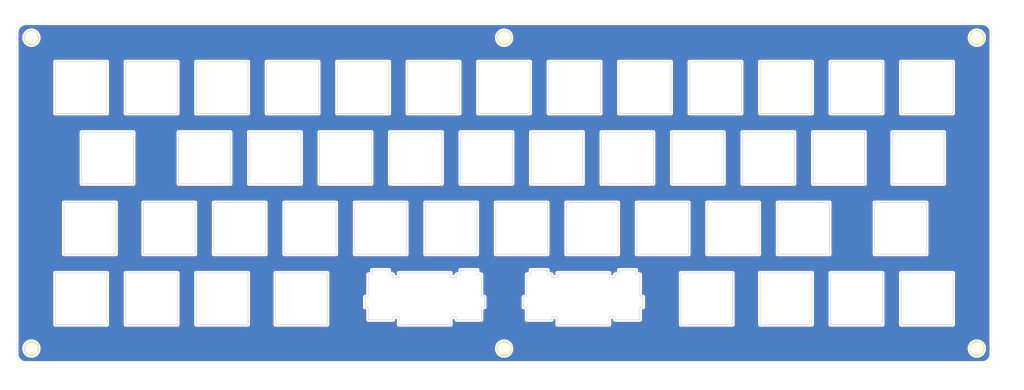
<source format=kicad_pcb>
(kicad_pcb (version 20171130) (host pcbnew "(5.1.5-0-10_14)")
  (layers (0 F.Cu signal) (31 B.Cu signal) (34 B.Paste user) (35 F.Paste user) (36 B.SilkS user) (37 F.SilkS user) (38 B.Mask user) (39 F.Mask user) (44 Edge.Cuts user))
  (net 0 "")
  (module keyboard_parts:HOLE_M3 (layer F.Cu) (at 245.872 208.6205)
    (fp_text reference HOLE_M3 hide)
    (fp_text value VAL** hide)
    (pad 1 thru_hole circle (at -1.55575 0) (size 4 4) (drill 3.2) (layers *.Cu *.Mask F.SilkS))
  )
  (module keyboard_parts:HOLE_M3 (layer F.Cu) (at 245.872 124.5005)
    (fp_text reference HOLE_M3 hide)
    (fp_text value VAL** hide)
    (pad 1 thru_hole circle (at -1.55575 0) (size 4 4) (drill 3.2) (layers *.Cu *.Mask F.SilkS))
  )
  (module keyboard_parts:HOLE_M3 (layer F.Cu) (at 372.0695 124.5005)
    (fp_text reference HOLE_M3 hide)
    (fp_text value VAL** hide)
    (pad 1 thru_hole circle (at 0 0) (size 4 4) (drill 3.2) (layers *.Cu *.Mask F.SilkS))
  )
  (module keyboard_parts:HOLE_M3 (layer F.Cu) (at 372.0695 208.6205)
    (fp_text reference HOLE_M3 hide)
    (fp_text value VAL** hide)
    (pad 1 thru_hole circle (at 0 0) (size 4 4) (drill 3.2) (layers *.Cu *.Mask F.SilkS))
  )
  (module keyboard_parts:HOLE_M3 (layer F.Cu) (at 116.563 208.6205)
    (fp_text reference HOLE_M3 hide)
    (fp_text value VAL** hide)
    (pad 1 thru_hole circle (at 0 0) (size 4 4) (drill 3.2) (layers *.Cu *.Mask F.SilkS))
  )
  (module keyboard_parts:HOLE_M3 (layer F.Cu) (at 116.563 124.5005)
    (fp_text reference HOLE_M3 hide)
    (fp_text value VAL** hide)
    (pad 1 thru_hole circle (at 0 0) (size 4 4) (drill 3.2) (layers *.Cu *.Mask F.SilkS))
  )
  (module keebs:Mx_Cutout_225 (layer B.Cu) (at 265.73125 195.15)
    (fp_text reference K143 hide)
    (fp_text value KEYSW hide)
    (fp_line (start -6.985 4.8768) (end -6.985 6.985) (layer Edge.Cuts) (width 0.1524))
    (fp_line (start -8.6106 4.8768) (end -6.985 4.8768) (layer Edge.Cuts) (width 0.1524))
    (fp_line (start -8.6106 5.6896) (end -8.6106 4.8768) (layer Edge.Cuts) (width 0.1524))
    (fp_line (start -15.2654 5.6896) (end -8.6106 5.6896) (layer Edge.Cuts) (width 0.1524))
    (fp_line (start -15.2654 2.286) (end -15.2654 5.6896) (layer Edge.Cuts) (width 0.1524))
    (fp_line (start -16.129 2.286) (end -15.2654 2.286) (layer Edge.Cuts) (width 0.1524))
    (fp_line (start -16.129 -0.508) (end -16.129 2.286) (layer Edge.Cuts) (width 0.1524))
    (fp_line (start -15.2654 -0.508) (end -16.129 -0.508) (layer Edge.Cuts) (width 0.1524))
    (fp_line (start -15.2654 -6.604) (end -15.2654 -0.508) (layer Edge.Cuts) (width 0.1524))
    (fp_line (start -14.224 -6.604) (end -15.2654 -6.604) (layer Edge.Cuts) (width 0.1524))
    (fp_line (start -14.224 -7.7724) (end -14.224 -6.604) (layer Edge.Cuts) (width 0.1524))
    (fp_line (start -9.652 -7.7724) (end -14.224 -7.7724) (layer Edge.Cuts) (width 0.1524))
    (fp_line (start -9.652 -6.604) (end -9.652 -7.7724) (layer Edge.Cuts) (width 0.1524))
    (fp_line (start -8.6106 -6.604) (end -9.652 -6.604) (layer Edge.Cuts) (width 0.1524))
    (fp_line (start -8.6106 -5.8166) (end -8.6106 -6.604) (layer Edge.Cuts) (width 0.1524))
    (fp_line (start -6.985 -5.8166) (end -8.6106 -5.8166) (layer Edge.Cuts) (width 0.1524))
    (fp_line (start -6.985 -6.985) (end -6.985 -5.8166) (layer Edge.Cuts) (width 0.1524))
    (fp_line (start 6.985 -6.985) (end -6.985 -6.985) (layer Edge.Cuts) (width 0.1524))
    (fp_line (start 6.985 -5.8166) (end 6.985 -6.985) (layer Edge.Cuts) (width 0.1524))
    (fp_line (start 8.6106 -5.8166) (end 6.985 -5.8166) (layer Edge.Cuts) (width 0.1524))
    (fp_line (start 8.6106 -6.604) (end 8.6106 -5.8166) (layer Edge.Cuts) (width 0.1524))
    (fp_line (start 9.652 -6.604) (end 8.6106 -6.604) (layer Edge.Cuts) (width 0.1524))
    (fp_line (start 9.652 -7.7724) (end 9.652 -6.604) (layer Edge.Cuts) (width 0.1524))
    (fp_line (start 14.224 -7.7724) (end 9.652 -7.7724) (layer Edge.Cuts) (width 0.1524))
    (fp_line (start 14.224 -6.604) (end 14.224 -7.7724) (layer Edge.Cuts) (width 0.1524))
    (fp_line (start 15.2654 -6.604) (end 14.224 -6.604) (layer Edge.Cuts) (width 0.1524))
    (fp_line (start 15.2654 -0.508) (end 15.2654 -6.604) (layer Edge.Cuts) (width 0.1524))
    (fp_line (start 16.129 -0.508) (end 15.2654 -0.508) (layer Edge.Cuts) (width 0.1524))
    (fp_line (start 16.129 2.286) (end 16.129 -0.508) (layer Edge.Cuts) (width 0.1524))
    (fp_line (start 15.2654 2.286) (end 16.129 2.286) (layer Edge.Cuts) (width 0.1524))
    (fp_line (start 15.2654 5.6896) (end 15.2654 2.286) (layer Edge.Cuts) (width 0.1524))
    (fp_line (start 8.6106 5.6896) (end 15.2654 5.6896) (layer Edge.Cuts) (width 0.1524))
    (fp_line (start 8.6106 4.8768) (end 8.6106 5.6896) (layer Edge.Cuts) (width 0.1524))
    (fp_line (start 6.985 4.8768) (end 8.6106 4.8768) (layer Edge.Cuts) (width 0.1524))
    (fp_line (start 6.985 6.985) (end 6.985 4.8768) (layer Edge.Cuts) (width 0.1524))
    (fp_line (start -6.985 6.985) (end 6.985 6.985) (layer Edge.Cuts) (width 0.1524))
  )
  (module keebs:Mx_Cutout_225 (layer B.Cu) (at 222.86875 195.15)
    (fp_text reference K144 hide)
    (fp_text value KEYSW hide)
    (fp_line (start -6.985 4.8768) (end -6.985 6.985) (layer Edge.Cuts) (width 0.1524))
    (fp_line (start -8.6106 4.8768) (end -6.985 4.8768) (layer Edge.Cuts) (width 0.1524))
    (fp_line (start -8.6106 5.6896) (end -8.6106 4.8768) (layer Edge.Cuts) (width 0.1524))
    (fp_line (start -15.2654 5.6896) (end -8.6106 5.6896) (layer Edge.Cuts) (width 0.1524))
    (fp_line (start -15.2654 2.286) (end -15.2654 5.6896) (layer Edge.Cuts) (width 0.1524))
    (fp_line (start -16.129 2.286) (end -15.2654 2.286) (layer Edge.Cuts) (width 0.1524))
    (fp_line (start -16.129 -0.508) (end -16.129 2.286) (layer Edge.Cuts) (width 0.1524))
    (fp_line (start -15.2654 -0.508) (end -16.129 -0.508) (layer Edge.Cuts) (width 0.1524))
    (fp_line (start -15.2654 -6.604) (end -15.2654 -0.508) (layer Edge.Cuts) (width 0.1524))
    (fp_line (start -14.224 -6.604) (end -15.2654 -6.604) (layer Edge.Cuts) (width 0.1524))
    (fp_line (start -14.224 -7.7724) (end -14.224 -6.604) (layer Edge.Cuts) (width 0.1524))
    (fp_line (start -9.652 -7.7724) (end -14.224 -7.7724) (layer Edge.Cuts) (width 0.1524))
    (fp_line (start -9.652 -6.604) (end -9.652 -7.7724) (layer Edge.Cuts) (width 0.1524))
    (fp_line (start -8.6106 -6.604) (end -9.652 -6.604) (layer Edge.Cuts) (width 0.1524))
    (fp_line (start -8.6106 -5.8166) (end -8.6106 -6.604) (layer Edge.Cuts) (width 0.1524))
    (fp_line (start -6.985 -5.8166) (end -8.6106 -5.8166) (layer Edge.Cuts) (width 0.1524))
    (fp_line (start -6.985 -6.985) (end -6.985 -5.8166) (layer Edge.Cuts) (width 0.1524))
    (fp_line (start 6.985 -6.985) (end -6.985 -6.985) (layer Edge.Cuts) (width 0.1524))
    (fp_line (start 6.985 -5.8166) (end 6.985 -6.985) (layer Edge.Cuts) (width 0.1524))
    (fp_line (start 8.6106 -5.8166) (end 6.985 -5.8166) (layer Edge.Cuts) (width 0.1524))
    (fp_line (start 8.6106 -6.604) (end 8.6106 -5.8166) (layer Edge.Cuts) (width 0.1524))
    (fp_line (start 9.652 -6.604) (end 8.6106 -6.604) (layer Edge.Cuts) (width 0.1524))
    (fp_line (start 9.652 -7.7724) (end 9.652 -6.604) (layer Edge.Cuts) (width 0.1524))
    (fp_line (start 14.224 -7.7724) (end 9.652 -7.7724) (layer Edge.Cuts) (width 0.1524))
    (fp_line (start 14.224 -6.604) (end 14.224 -7.7724) (layer Edge.Cuts) (width 0.1524))
    (fp_line (start 15.2654 -6.604) (end 14.224 -6.604) (layer Edge.Cuts) (width 0.1524))
    (fp_line (start 15.2654 -0.508) (end 15.2654 -6.604) (layer Edge.Cuts) (width 0.1524))
    (fp_line (start 16.129 -0.508) (end 15.2654 -0.508) (layer Edge.Cuts) (width 0.1524))
    (fp_line (start 16.129 2.286) (end 16.129 -0.508) (layer Edge.Cuts) (width 0.1524))
    (fp_line (start 15.2654 2.286) (end 16.129 2.286) (layer Edge.Cuts) (width 0.1524))
    (fp_line (start 15.2654 5.6896) (end 15.2654 2.286) (layer Edge.Cuts) (width 0.1524))
    (fp_line (start 8.6106 5.6896) (end 15.2654 5.6896) (layer Edge.Cuts) (width 0.1524))
    (fp_line (start 8.6106 4.8768) (end 8.6106 5.6896) (layer Edge.Cuts) (width 0.1524))
    (fp_line (start 6.985 4.8768) (end 8.6106 4.8768) (layer Edge.Cuts) (width 0.1524))
    (fp_line (start 6.985 6.985) (end 6.985 4.8768) (layer Edge.Cuts) (width 0.1524))
    (fp_line (start -6.985 6.985) (end 6.985 6.985) (layer Edge.Cuts) (width 0.1524))
  )
  (module keebs:Mx_Cutout_175 (layer B.Cu) (at 351.45625 176.1 180)
    (fp_text reference K127 hide)
    (fp_text value KEYSW hide)
    (fp_line (start -6.985 -6.985) (end -6.985 6.985) (layer Edge.Cuts) (width 0.1524))
    (fp_line (start 6.985 -6.985) (end -6.985 -6.985) (layer Edge.Cuts) (width 0.1524))
    (fp_line (start 6.985 6.985) (end 6.985 -6.985) (layer Edge.Cuts) (width 0.1524))
    (fp_line (start -6.985 6.985) (end 6.985 6.985) (layer Edge.Cuts) (width 0.1524))
  )
  (module keebs:Mx_Cutout_175 (layer B.Cu) (at 137.14375 157.05 180)
    (fp_text reference K126 hide)
    (fp_text value KEYSW hide)
    (fp_line (start -6.985 -6.985) (end -6.985 6.985) (layer Edge.Cuts) (width 0.1524))
    (fp_line (start 6.985 -6.985) (end -6.985 -6.985) (layer Edge.Cuts) (width 0.1524))
    (fp_line (start 6.985 6.985) (end 6.985 -6.985) (layer Edge.Cuts) (width 0.1524))
    (fp_line (start -6.985 6.985) (end 6.985 6.985) (layer Edge.Cuts) (width 0.1524))
  )
  (module keebs:Mx_Cutout_125 (layer B.Cu) (at 299.06875 195.15 180)
    (fp_text reference K142 hide)
    (fp_text value KEYSW hide)
    (fp_line (start -6.985 -6.985) (end -6.985 6.985) (layer Edge.Cuts) (width 0.1524))
    (fp_line (start 6.985 -6.985) (end -6.985 -6.985) (layer Edge.Cuts) (width 0.1524))
    (fp_line (start 6.985 6.985) (end 6.985 -6.985) (layer Edge.Cuts) (width 0.1524))
    (fp_line (start -6.985 6.985) (end 6.985 6.985) (layer Edge.Cuts) (width 0.1524))
  )
  (module keebs:Mx_Cutout_125 (layer B.Cu) (at 132.38125 176.1 180)
    (fp_text reference K138 hide)
    (fp_text value KEYSW hide)
    (fp_line (start -6.985 -6.985) (end -6.985 6.985) (layer Edge.Cuts) (width 0.1524))
    (fp_line (start 6.985 -6.985) (end -6.985 -6.985) (layer Edge.Cuts) (width 0.1524))
    (fp_line (start 6.985 6.985) (end 6.985 -6.985) (layer Edge.Cuts) (width 0.1524))
    (fp_line (start -6.985 6.985) (end 6.985 6.985) (layer Edge.Cuts) (width 0.1524))
  )
  (module keebs:Mx_Cutout_125 (layer B.Cu) (at 356.21875 157.05 180)
    (fp_text reference K114 hide)
    (fp_text value KEYSW hide)
    (fp_line (start -6.985 -6.985) (end -6.985 6.985) (layer Edge.Cuts) (width 0.1524))
    (fp_line (start 6.985 -6.985) (end -6.985 -6.985) (layer Edge.Cuts) (width 0.1524))
    (fp_line (start 6.985 6.985) (end 6.985 -6.985) (layer Edge.Cuts) (width 0.1524))
    (fp_line (start -6.985 6.985) (end 6.985 6.985) (layer Edge.Cuts) (width 0.1524))
  )
  (module keebs:Mx_Cutout_125 (layer B.Cu) (at 189.53125 195.15 180)
    (fp_text reference K145 hide)
    (fp_text value KEYSW hide)
    (fp_line (start -6.985 -6.985) (end -6.985 6.985) (layer Edge.Cuts) (width 0.1524))
    (fp_line (start 6.985 -6.985) (end -6.985 -6.985) (layer Edge.Cuts) (width 0.1524))
    (fp_line (start 6.985 6.985) (end 6.985 -6.985) (layer Edge.Cuts) (width 0.1524))
    (fp_line (start -6.985 6.985) (end 6.985 6.985) (layer Edge.Cuts) (width 0.1524))
  )
  (module keebs:Mx_Cutout_100 (layer B.Cu) (at 191.9125 176.1 180)
    (fp_text reference K135 hide)
    (fp_text value KEYSW hide)
    (fp_line (start -6.985 -6.985) (end -6.985 6.985) (layer Edge.Cuts) (width 0.1524))
    (fp_line (start 6.985 -6.985) (end -6.985 -6.985) (layer Edge.Cuts) (width 0.1524))
    (fp_line (start 6.985 6.985) (end 6.985 -6.985) (layer Edge.Cuts) (width 0.1524))
    (fp_line (start -6.985 6.985) (end 6.985 6.985) (layer Edge.Cuts) (width 0.1524))
  )
  (module keebs:Mx_Cutout_100 (layer B.Cu) (at 230.0125 176.1 180)
    (fp_text reference K133 hide)
    (fp_text value KEYSW hide)
    (fp_line (start -6.985 -6.985) (end -6.985 6.985) (layer Edge.Cuts) (width 0.1524))
    (fp_line (start 6.985 -6.985) (end -6.985 -6.985) (layer Edge.Cuts) (width 0.1524))
    (fp_line (start 6.985 6.985) (end 6.985 -6.985) (layer Edge.Cuts) (width 0.1524))
    (fp_line (start -6.985 6.985) (end 6.985 6.985) (layer Edge.Cuts) (width 0.1524))
  )
  (module keebs:Mx_Cutout_100 (layer B.Cu) (at 339.55 195.15 180)
    (fp_text reference K140 hide)
    (fp_text value KEYSW hide)
    (fp_line (start -6.985 -6.985) (end -6.985 6.985) (layer Edge.Cuts) (width 0.1524))
    (fp_line (start 6.985 -6.985) (end -6.985 -6.985) (layer Edge.Cuts) (width 0.1524))
    (fp_line (start 6.985 6.985) (end 6.985 -6.985) (layer Edge.Cuts) (width 0.1524))
    (fp_line (start -6.985 6.985) (end 6.985 6.985) (layer Edge.Cuts) (width 0.1524))
  )
  (module keebs:Mx_Cutout_100 (layer B.Cu) (at 306.2125 176.1 180)
    (fp_text reference K129 hide)
    (fp_text value KEYSW hide)
    (fp_line (start -6.985 -6.985) (end -6.985 6.985) (layer Edge.Cuts) (width 0.1524))
    (fp_line (start 6.985 -6.985) (end -6.985 -6.985) (layer Edge.Cuts) (width 0.1524))
    (fp_line (start 6.985 6.985) (end 6.985 -6.985) (layer Edge.Cuts) (width 0.1524))
    (fp_line (start -6.985 6.985) (end 6.985 6.985) (layer Edge.Cuts) (width 0.1524))
  )
  (module keebs:Mx_Cutout_100 (layer B.Cu) (at 339.55 138)
    (fp_text reference K102 hide)
    (fp_text value KEYSW hide)
    (fp_line (start -6.985 -6.985) (end -6.985 6.985) (layer Edge.Cuts) (width 0.1524))
    (fp_line (start 6.985 -6.985) (end -6.985 -6.985) (layer Edge.Cuts) (width 0.1524))
    (fp_line (start 6.985 6.985) (end 6.985 -6.985) (layer Edge.Cuts) (width 0.1524))
    (fp_line (start -6.985 6.985) (end 6.985 6.985) (layer Edge.Cuts) (width 0.1524))
  )
  (module keebs:Mx_Cutout_100 (layer B.Cu) (at 358.6 195.15 180)
    (fp_text reference K139 hide)
    (fp_text value KEYSW hide)
    (fp_line (start -6.985 -6.985) (end -6.985 6.985) (layer Edge.Cuts) (width 0.1524))
    (fp_line (start 6.985 -6.985) (end -6.985 -6.985) (layer Edge.Cuts) (width 0.1524))
    (fp_line (start 6.985 6.985) (end 6.985 -6.985) (layer Edge.Cuts) (width 0.1524))
    (fp_line (start -6.985 6.985) (end 6.985 6.985) (layer Edge.Cuts) (width 0.1524))
  )
  (module keebs:Mx_Cutout_100 (layer B.Cu) (at 320.5 195.15 180)
    (fp_text reference K141 hide)
    (fp_text value KEYSW hide)
    (fp_line (start -6.985 -6.985) (end -6.985 6.985) (layer Edge.Cuts) (width 0.1524))
    (fp_line (start 6.985 -6.985) (end -6.985 -6.985) (layer Edge.Cuts) (width 0.1524))
    (fp_line (start 6.985 6.985) (end 6.985 -6.985) (layer Edge.Cuts) (width 0.1524))
    (fp_line (start -6.985 6.985) (end 6.985 6.985) (layer Edge.Cuts) (width 0.1524))
  )
  (module keebs:Mx_Cutout_100 (layer B.Cu) (at 168.1 195.15 180)
    (fp_text reference K146 hide)
    (fp_text value KEYSW hide)
    (fp_line (start -6.985 -6.985) (end -6.985 6.985) (layer Edge.Cuts) (width 0.1524))
    (fp_line (start 6.985 -6.985) (end -6.985 -6.985) (layer Edge.Cuts) (width 0.1524))
    (fp_line (start 6.985 6.985) (end 6.985 -6.985) (layer Edge.Cuts) (width 0.1524))
    (fp_line (start -6.985 6.985) (end 6.985 6.985) (layer Edge.Cuts) (width 0.1524))
  )
  (module keebs:Mx_Cutout_100 (layer B.Cu) (at 149.05 195.15 180)
    (fp_text reference K147 hide)
    (fp_text value KEYSW hide)
    (fp_line (start -6.985 -6.985) (end -6.985 6.985) (layer Edge.Cuts) (width 0.1524))
    (fp_line (start 6.985 -6.985) (end -6.985 -6.985) (layer Edge.Cuts) (width 0.1524))
    (fp_line (start 6.985 6.985) (end 6.985 -6.985) (layer Edge.Cuts) (width 0.1524))
    (fp_line (start -6.985 6.985) (end 6.985 6.985) (layer Edge.Cuts) (width 0.1524))
  )
  (module keebs:Mx_Cutout_100 (layer B.Cu) (at 130 195.15 180)
    (fp_text reference K148 hide)
    (fp_text value KEYSW hide)
    (fp_line (start -6.985 -6.985) (end -6.985 6.985) (layer Edge.Cuts) (width 0.1524))
    (fp_line (start 6.985 -6.985) (end -6.985 -6.985) (layer Edge.Cuts) (width 0.1524))
    (fp_line (start 6.985 6.985) (end 6.985 -6.985) (layer Edge.Cuts) (width 0.1524))
    (fp_line (start -6.985 6.985) (end 6.985 6.985) (layer Edge.Cuts) (width 0.1524))
  )
  (module keebs:Mx_Cutout_100 (layer B.Cu) (at 325.2625 176.1 180)
    (fp_text reference K128 hide)
    (fp_text value KEYSW hide)
    (fp_line (start -6.985 -6.985) (end -6.985 6.985) (layer Edge.Cuts) (width 0.1524))
    (fp_line (start 6.985 -6.985) (end -6.985 -6.985) (layer Edge.Cuts) (width 0.1524))
    (fp_line (start 6.985 6.985) (end 6.985 -6.985) (layer Edge.Cuts) (width 0.1524))
    (fp_line (start -6.985 6.985) (end 6.985 6.985) (layer Edge.Cuts) (width 0.1524))
  )
  (module keebs:Mx_Cutout_100 (layer B.Cu) (at 287.1625 176.1 180)
    (fp_text reference K130 hide)
    (fp_text value KEYSW hide)
    (fp_line (start -6.985 -6.985) (end -6.985 6.985) (layer Edge.Cuts) (width 0.1524))
    (fp_line (start 6.985 -6.985) (end -6.985 -6.985) (layer Edge.Cuts) (width 0.1524))
    (fp_line (start 6.985 6.985) (end 6.985 -6.985) (layer Edge.Cuts) (width 0.1524))
    (fp_line (start -6.985 6.985) (end 6.985 6.985) (layer Edge.Cuts) (width 0.1524))
  )
  (module keebs:Mx_Cutout_100 (layer B.Cu) (at 268.1125 176.1 180)
    (fp_text reference K131 hide)
    (fp_text value KEYSW hide)
    (fp_line (start -6.985 -6.985) (end -6.985 6.985) (layer Edge.Cuts) (width 0.1524))
    (fp_line (start 6.985 -6.985) (end -6.985 -6.985) (layer Edge.Cuts) (width 0.1524))
    (fp_line (start 6.985 6.985) (end 6.985 -6.985) (layer Edge.Cuts) (width 0.1524))
    (fp_line (start -6.985 6.985) (end 6.985 6.985) (layer Edge.Cuts) (width 0.1524))
  )
  (module keebs:Mx_Cutout_100 (layer B.Cu) (at 249.0625 176.1 180)
    (fp_text reference K132 hide)
    (fp_text value KEYSW hide)
    (fp_line (start -6.985 -6.985) (end -6.985 6.985) (layer Edge.Cuts) (width 0.1524))
    (fp_line (start 6.985 -6.985) (end -6.985 -6.985) (layer Edge.Cuts) (width 0.1524))
    (fp_line (start 6.985 6.985) (end 6.985 -6.985) (layer Edge.Cuts) (width 0.1524))
    (fp_line (start -6.985 6.985) (end 6.985 6.985) (layer Edge.Cuts) (width 0.1524))
  )
  (module keebs:Mx_Cutout_100 (layer B.Cu) (at 210.9625 176.1 180)
    (fp_text reference K134 hide)
    (fp_text value KEYSW hide)
    (fp_line (start -6.985 -6.985) (end -6.985 6.985) (layer Edge.Cuts) (width 0.1524))
    (fp_line (start 6.985 -6.985) (end -6.985 -6.985) (layer Edge.Cuts) (width 0.1524))
    (fp_line (start 6.985 6.985) (end 6.985 -6.985) (layer Edge.Cuts) (width 0.1524))
    (fp_line (start -6.985 6.985) (end 6.985 6.985) (layer Edge.Cuts) (width 0.1524))
  )
  (module keebs:Mx_Cutout_100 (layer B.Cu) (at 172.8625 176.1 180)
    (fp_text reference K136 hide)
    (fp_text value KEYSW hide)
    (fp_line (start -6.985 -6.985) (end -6.985 6.985) (layer Edge.Cuts) (width 0.1524))
    (fp_line (start 6.985 -6.985) (end -6.985 -6.985) (layer Edge.Cuts) (width 0.1524))
    (fp_line (start 6.985 6.985) (end 6.985 -6.985) (layer Edge.Cuts) (width 0.1524))
    (fp_line (start -6.985 6.985) (end 6.985 6.985) (layer Edge.Cuts) (width 0.1524))
  )
  (module keebs:Mx_Cutout_100 (layer B.Cu) (at 153.8125 176.1 180)
    (fp_text reference K137 hide)
    (fp_text value KEYSW hide)
    (fp_line (start -6.985 -6.985) (end -6.985 6.985) (layer Edge.Cuts) (width 0.1524))
    (fp_line (start 6.985 -6.985) (end -6.985 -6.985) (layer Edge.Cuts) (width 0.1524))
    (fp_line (start 6.985 6.985) (end 6.985 -6.985) (layer Edge.Cuts) (width 0.1524))
    (fp_line (start -6.985 6.985) (end 6.985 6.985) (layer Edge.Cuts) (width 0.1524))
  )
  (module keebs:Mx_Cutout_100 (layer B.Cu) (at 334.7875 157.05 180)
    (fp_text reference K115 hide)
    (fp_text value KEYSW hide)
    (fp_line (start -6.985 -6.985) (end -6.985 6.985) (layer Edge.Cuts) (width 0.1524))
    (fp_line (start 6.985 -6.985) (end -6.985 -6.985) (layer Edge.Cuts) (width 0.1524))
    (fp_line (start 6.985 6.985) (end 6.985 -6.985) (layer Edge.Cuts) (width 0.1524))
    (fp_line (start -6.985 6.985) (end 6.985 6.985) (layer Edge.Cuts) (width 0.1524))
  )
  (module keebs:Mx_Cutout_100 (layer B.Cu) (at 315.7375 157.05 180)
    (fp_text reference K116 hide)
    (fp_text value KEYSW hide)
    (fp_line (start -6.985 -6.985) (end -6.985 6.985) (layer Edge.Cuts) (width 0.1524))
    (fp_line (start 6.985 -6.985) (end -6.985 -6.985) (layer Edge.Cuts) (width 0.1524))
    (fp_line (start 6.985 6.985) (end 6.985 -6.985) (layer Edge.Cuts) (width 0.1524))
    (fp_line (start -6.985 6.985) (end 6.985 6.985) (layer Edge.Cuts) (width 0.1524))
  )
  (module keebs:Mx_Cutout_100 (layer B.Cu) (at 296.6875 157.05 180)
    (fp_text reference K118 hide)
    (fp_text value KEYSW hide)
    (fp_line (start -6.985 -6.985) (end -6.985 6.985) (layer Edge.Cuts) (width 0.1524))
    (fp_line (start 6.985 -6.985) (end -6.985 -6.985) (layer Edge.Cuts) (width 0.1524))
    (fp_line (start 6.985 6.985) (end 6.985 -6.985) (layer Edge.Cuts) (width 0.1524))
    (fp_line (start -6.985 6.985) (end 6.985 6.985) (layer Edge.Cuts) (width 0.1524))
  )
  (module keebs:Mx_Cutout_100 (layer B.Cu) (at 277.6375 157.05 180)
    (fp_text reference K119 hide)
    (fp_text value KEYSW hide)
    (fp_line (start -6.985 -6.985) (end -6.985 6.985) (layer Edge.Cuts) (width 0.1524))
    (fp_line (start 6.985 -6.985) (end -6.985 -6.985) (layer Edge.Cuts) (width 0.1524))
    (fp_line (start 6.985 6.985) (end 6.985 -6.985) (layer Edge.Cuts) (width 0.1524))
    (fp_line (start -6.985 6.985) (end 6.985 6.985) (layer Edge.Cuts) (width 0.1524))
  )
  (module keebs:Mx_Cutout_100 (layer B.Cu) (at 258.5875 157.05 180)
    (fp_text reference K120 hide)
    (fp_text value KEYSW hide)
    (fp_line (start -6.985 -6.985) (end -6.985 6.985) (layer Edge.Cuts) (width 0.1524))
    (fp_line (start 6.985 -6.985) (end -6.985 -6.985) (layer Edge.Cuts) (width 0.1524))
    (fp_line (start 6.985 6.985) (end 6.985 -6.985) (layer Edge.Cuts) (width 0.1524))
    (fp_line (start -6.985 6.985) (end 6.985 6.985) (layer Edge.Cuts) (width 0.1524))
  )
  (module keebs:Mx_Cutout_100 (layer B.Cu) (at 239.5375 157.05 180)
    (fp_text reference K121 hide)
    (fp_text value KEYSW hide)
    (fp_line (start -6.985 -6.985) (end -6.985 6.985) (layer Edge.Cuts) (width 0.1524))
    (fp_line (start 6.985 -6.985) (end -6.985 -6.985) (layer Edge.Cuts) (width 0.1524))
    (fp_line (start 6.985 6.985) (end 6.985 -6.985) (layer Edge.Cuts) (width 0.1524))
    (fp_line (start -6.985 6.985) (end 6.985 6.985) (layer Edge.Cuts) (width 0.1524))
  )
  (module keebs:Mx_Cutout_100 (layer B.Cu) (at 220.4875 157.05 180)
    (fp_text reference K122 hide)
    (fp_text value KEYSW hide)
    (fp_line (start -6.985 -6.985) (end -6.985 6.985) (layer Edge.Cuts) (width 0.1524))
    (fp_line (start 6.985 -6.985) (end -6.985 -6.985) (layer Edge.Cuts) (width 0.1524))
    (fp_line (start 6.985 6.985) (end 6.985 -6.985) (layer Edge.Cuts) (width 0.1524))
    (fp_line (start -6.985 6.985) (end 6.985 6.985) (layer Edge.Cuts) (width 0.1524))
  )
  (module keebs:Mx_Cutout_100 (layer B.Cu) (at 201.4375 157.05 180)
    (fp_text reference K123 hide)
    (fp_text value KEYSW hide)
    (fp_line (start -6.985 -6.985) (end -6.985 6.985) (layer Edge.Cuts) (width 0.1524))
    (fp_line (start 6.985 -6.985) (end -6.985 -6.985) (layer Edge.Cuts) (width 0.1524))
    (fp_line (start 6.985 6.985) (end 6.985 -6.985) (layer Edge.Cuts) (width 0.1524))
    (fp_line (start -6.985 6.985) (end 6.985 6.985) (layer Edge.Cuts) (width 0.1524))
  )
  (module keebs:Mx_Cutout_100 (layer B.Cu) (at 182.3875 157.05 180)
    (fp_text reference K124 hide)
    (fp_text value KEYSW hide)
    (fp_line (start -6.985 -6.985) (end -6.985 6.985) (layer Edge.Cuts) (width 0.1524))
    (fp_line (start 6.985 -6.985) (end -6.985 -6.985) (layer Edge.Cuts) (width 0.1524))
    (fp_line (start 6.985 6.985) (end 6.985 -6.985) (layer Edge.Cuts) (width 0.1524))
    (fp_line (start -6.985 6.985) (end 6.985 6.985) (layer Edge.Cuts) (width 0.1524))
  )
  (module keebs:Mx_Cutout_100 (layer B.Cu) (at 163.3375 157.05 180)
    (fp_text reference K125 hide)
    (fp_text value KEYSW hide)
    (fp_line (start -6.985 -6.985) (end -6.985 6.985) (layer Edge.Cuts) (width 0.1524))
    (fp_line (start 6.985 -6.985) (end -6.985 -6.985) (layer Edge.Cuts) (width 0.1524))
    (fp_line (start 6.985 6.985) (end 6.985 -6.985) (layer Edge.Cuts) (width 0.1524))
    (fp_line (start -6.985 6.985) (end 6.985 6.985) (layer Edge.Cuts) (width 0.1524))
  )
  (module keebs:Mx_Cutout_100 (layer B.Cu) (at 358.6 138)
    (fp_text reference K101 hide)
    (fp_text value KEYSW hide)
    (fp_line (start -6.985 -6.985) (end -6.985 6.985) (layer Edge.Cuts) (width 0.1524))
    (fp_line (start 6.985 -6.985) (end -6.985 -6.985) (layer Edge.Cuts) (width 0.1524))
    (fp_line (start 6.985 6.985) (end 6.985 -6.985) (layer Edge.Cuts) (width 0.1524))
    (fp_line (start -6.985 6.985) (end 6.985 6.985) (layer Edge.Cuts) (width 0.1524))
  )
  (module keebs:Mx_Cutout_100 (layer B.Cu) (at 320.5 138 180)
    (fp_text reference K103 hide)
    (fp_text value KEYSW hide)
    (fp_line (start -6.985 -6.985) (end -6.985 6.985) (layer Edge.Cuts) (width 0.1524))
    (fp_line (start 6.985 -6.985) (end -6.985 -6.985) (layer Edge.Cuts) (width 0.1524))
    (fp_line (start 6.985 6.985) (end 6.985 -6.985) (layer Edge.Cuts) (width 0.1524))
    (fp_line (start -6.985 6.985) (end 6.985 6.985) (layer Edge.Cuts) (width 0.1524))
  )
  (module keebs:Mx_Cutout_100 (layer B.Cu) (at 301.45 138 180)
    (fp_text reference K104 hide)
    (fp_text value KEYSW hide)
    (fp_line (start -6.985 -6.985) (end -6.985 6.985) (layer Edge.Cuts) (width 0.1524))
    (fp_line (start 6.985 -6.985) (end -6.985 -6.985) (layer Edge.Cuts) (width 0.1524))
    (fp_line (start 6.985 6.985) (end 6.985 -6.985) (layer Edge.Cuts) (width 0.1524))
    (fp_line (start -6.985 6.985) (end 6.985 6.985) (layer Edge.Cuts) (width 0.1524))
  )
  (module keebs:Mx_Cutout_100 (layer B.Cu) (at 282.4 138 180)
    (fp_text reference K105 hide)
    (fp_text value KEYSW hide)
    (fp_line (start -6.985 -6.985) (end -6.985 6.985) (layer Edge.Cuts) (width 0.1524))
    (fp_line (start 6.985 -6.985) (end -6.985 -6.985) (layer Edge.Cuts) (width 0.1524))
    (fp_line (start 6.985 6.985) (end 6.985 -6.985) (layer Edge.Cuts) (width 0.1524))
    (fp_line (start -6.985 6.985) (end 6.985 6.985) (layer Edge.Cuts) (width 0.1524))
  )
  (module keebs:Mx_Cutout_100 (layer B.Cu) (at 263.35 138 180)
    (fp_text reference K106 hide)
    (fp_text value KEYSW hide)
    (fp_line (start -6.985 -6.985) (end -6.985 6.985) (layer Edge.Cuts) (width 0.1524))
    (fp_line (start 6.985 -6.985) (end -6.985 -6.985) (layer Edge.Cuts) (width 0.1524))
    (fp_line (start 6.985 6.985) (end 6.985 -6.985) (layer Edge.Cuts) (width 0.1524))
    (fp_line (start -6.985 6.985) (end 6.985 6.985) (layer Edge.Cuts) (width 0.1524))
  )
  (module keebs:Mx_Cutout_100 (layer B.Cu) (at 244.3 138 180)
    (fp_text reference K107 hide)
    (fp_text value KEYSW hide)
    (fp_line (start -6.985 -6.985) (end -6.985 6.985) (layer Edge.Cuts) (width 0.1524))
    (fp_line (start 6.985 -6.985) (end -6.985 -6.985) (layer Edge.Cuts) (width 0.1524))
    (fp_line (start 6.985 6.985) (end 6.985 -6.985) (layer Edge.Cuts) (width 0.1524))
    (fp_line (start -6.985 6.985) (end 6.985 6.985) (layer Edge.Cuts) (width 0.1524))
  )
  (module keebs:Mx_Cutout_100 (layer B.Cu) (at 225.25 138 180)
    (fp_text reference K108 hide)
    (fp_text value KEYSW hide)
    (fp_line (start -6.985 -6.985) (end -6.985 6.985) (layer Edge.Cuts) (width 0.1524))
    (fp_line (start 6.985 -6.985) (end -6.985 -6.985) (layer Edge.Cuts) (width 0.1524))
    (fp_line (start 6.985 6.985) (end 6.985 -6.985) (layer Edge.Cuts) (width 0.1524))
    (fp_line (start -6.985 6.985) (end 6.985 6.985) (layer Edge.Cuts) (width 0.1524))
  )
  (module keebs:Mx_Cutout_100 (layer B.Cu) (at 206.2 138 180)
    (fp_text reference K109 hide)
    (fp_text value KEYSW hide)
    (fp_line (start -6.985 -6.985) (end -6.985 6.985) (layer Edge.Cuts) (width 0.1524))
    (fp_line (start 6.985 -6.985) (end -6.985 -6.985) (layer Edge.Cuts) (width 0.1524))
    (fp_line (start 6.985 6.985) (end 6.985 -6.985) (layer Edge.Cuts) (width 0.1524))
    (fp_line (start -6.985 6.985) (end 6.985 6.985) (layer Edge.Cuts) (width 0.1524))
  )
  (module keebs:Mx_Cutout_100 (layer B.Cu) (at 187.15 138 180)
    (fp_text reference K110 hide)
    (fp_text value KEYSW hide)
    (fp_line (start -6.985 -6.985) (end -6.985 6.985) (layer Edge.Cuts) (width 0.1524))
    (fp_line (start 6.985 -6.985) (end -6.985 -6.985) (layer Edge.Cuts) (width 0.1524))
    (fp_line (start 6.985 6.985) (end 6.985 -6.985) (layer Edge.Cuts) (width 0.1524))
    (fp_line (start -6.985 6.985) (end 6.985 6.985) (layer Edge.Cuts) (width 0.1524))
  )
  (module keebs:Mx_Cutout_100 (layer B.Cu) (at 168.1 138 180)
    (fp_text reference K111 hide)
    (fp_text value KEYSW hide)
    (fp_line (start -6.985 -6.985) (end -6.985 6.985) (layer Edge.Cuts) (width 0.1524))
    (fp_line (start 6.985 -6.985) (end -6.985 -6.985) (layer Edge.Cuts) (width 0.1524))
    (fp_line (start 6.985 6.985) (end 6.985 -6.985) (layer Edge.Cuts) (width 0.1524))
    (fp_line (start -6.985 6.985) (end 6.985 6.985) (layer Edge.Cuts) (width 0.1524))
  )
  (module keebs:Mx_Cutout_100 (layer B.Cu) (at 149.05 138 180)
    (fp_text reference K112 hide)
    (fp_text value KEYSW hide)
    (fp_line (start -6.985 -6.985) (end -6.985 6.985) (layer Edge.Cuts) (width 0.1524))
    (fp_line (start 6.985 -6.985) (end -6.985 -6.985) (layer Edge.Cuts) (width 0.1524))
    (fp_line (start 6.985 6.985) (end 6.985 -6.985) (layer Edge.Cuts) (width 0.1524))
    (fp_line (start -6.985 6.985) (end 6.985 6.985) (layer Edge.Cuts) (width 0.1524))
  )
  (module keebs:Mx_Cutout_100 (layer B.Cu) (at 130 138)
    (fp_text reference K113 hide)
    (fp_text value KEYSW hide)
    (fp_line (start -6.985 -6.985) (end -6.985 6.985) (layer Edge.Cuts) (width 0.1524))
    (fp_line (start 6.985 -6.985) (end -6.985 -6.985) (layer Edge.Cuts) (width 0.1524))
    (fp_line (start 6.985 6.985) (end 6.985 -6.985) (layer Edge.Cuts) (width 0.1524))
    (fp_line (start -6.985 6.985) (end 6.985 6.985) (layer Edge.Cuts) (width 0.1524))
  )
  (gr_arc (start 114.9995 210.1205) (end 112.5865 210.1205) (angle -90) (layer Edge.Cuts) (width 0.05))
  (gr_arc (start 373.5695 210.1205) (end 373.5695 212.5335) (angle -90) (layer Edge.Cuts) (width 0.05))
  (gr_arc (start 373.5695 123.0005) (end 375.9825 123.0005) (angle -90) (layer Edge.Cuts) (width 0.05))
  (gr_arc (start 115.063 123.064) (end 114.9995 120.5875) (angle -88.53119929) (layer Edge.Cuts) (width 0.05))
  (gr_line (start 112.5865 210.1205) (end 112.5865 123.064) (layer Edge.Cuts) (width 0.05))
  (gr_line (start 373.5695 212.5335) (end 114.9995 212.5335) (layer Edge.Cuts) (width 0.05))
  (gr_line (start 375.9825 123.0005) (end 375.9825 210.1205) (layer Edge.Cuts) (width 0.05))
  (gr_line (start 114.9995 120.5875) (end 373.5695 120.5875) (layer Edge.Cuts) (width 0.05))
  (zone (net 0) (net_name "") (layer F.Cu) (connect_pads (clearance 0.508)) (min_thickness 0.254) (fill yes (arc_segments 32) (thermal_gap 0.508) (thermal_bridge_width 0.508))
    (polygon (pts (xy 380.111 218.948) (xy 109.982 215.265) (xy 111.76 118.364) (xy 118.364 117.856) (xy 381 114.3)))
  )
  (zone (net 0) (net_name "") (layer B.Cu) (connect_pads (clearance 0.508)) (min_thickness 0.254) (fill yes (arc_segments 32) (thermal_gap 0.508) (thermal_bridge_width 0.508))
    (polygon (pts (xy 384.81 219.837) (xy 108.077 215.646) (xy 108.204 116.84) (xy 382.016 116.332)))
  )
)
</source>
